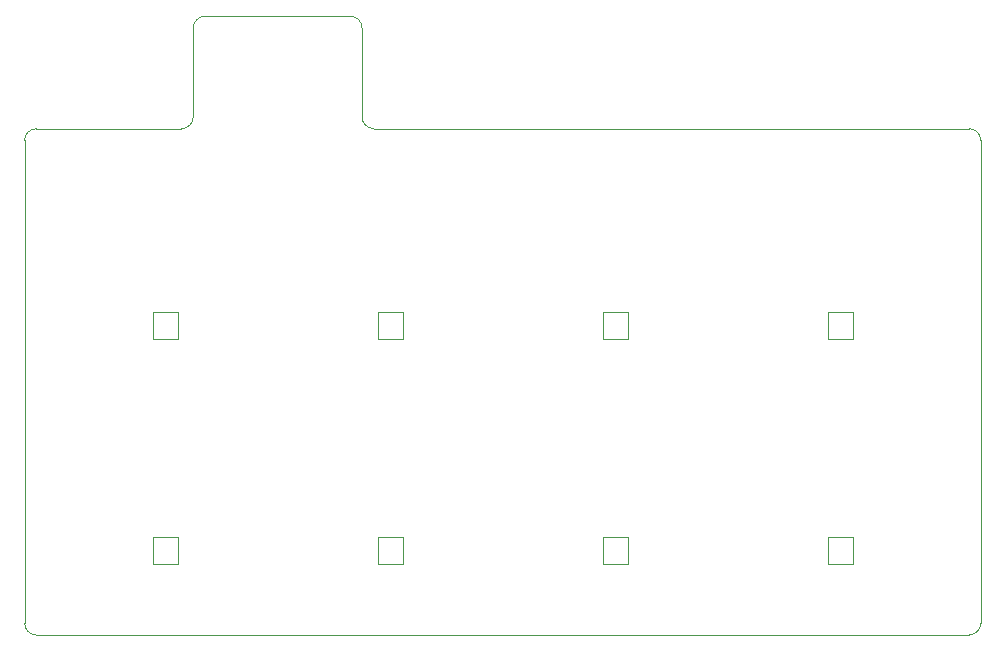
<source format=gbr>
%TF.GenerationSoftware,KiCad,Pcbnew,7.0.7*%
%TF.CreationDate,2024-01-12T23:19:41+09:00*%
%TF.ProjectId,Skeleton8,536b656c-6574-46f6-9e38-2e6b69636164,rev?*%
%TF.SameCoordinates,Original*%
%TF.FileFunction,Profile,NP*%
%FSLAX46Y46*%
G04 Gerber Fmt 4.6, Leading zero omitted, Abs format (unit mm)*
G04 Created by KiCad (PCBNEW 7.0.7) date 2024-01-12 23:19:41*
%MOMM*%
%LPD*%
G01*
G04 APERTURE LIST*
%TA.AperFunction,Profile*%
%ADD10C,0.100000*%
%TD*%
%TA.AperFunction,Profile*%
%ADD11C,0.120000*%
%TD*%
G04 APERTURE END LIST*
D10*
X46243750Y-45243750D02*
X58531250Y-45243750D01*
X59531250Y-44243750D02*
X59531250Y-36718750D01*
X73818750Y-44243750D02*
G75*
G03*
X74818750Y-45243750I999950J-50D01*
G01*
X73818750Y-36718750D02*
G75*
G03*
X72818750Y-35718750I-999950J50D01*
G01*
X46243750Y-45243750D02*
G75*
G03*
X45243750Y-46243750I-50J-999950D01*
G01*
X126206250Y-87106250D02*
X126206250Y-46243750D01*
X45243750Y-87106250D02*
G75*
G03*
X46243750Y-88106250I999950J-50D01*
G01*
X125206250Y-88106250D02*
X46243750Y-88106250D01*
X60531250Y-35718750D02*
X72818750Y-35718750D01*
X126206250Y-46243750D02*
G75*
G03*
X125206250Y-45243750I-999950J50D01*
G01*
X60531250Y-35718750D02*
G75*
G03*
X59531250Y-36718750I-50J-999950D01*
G01*
X58531250Y-45243750D02*
G75*
G03*
X59531250Y-44243750I50J999950D01*
G01*
X73818750Y-36718750D02*
X73818750Y-44243750D01*
X125206250Y-88106250D02*
G75*
G03*
X126206250Y-87106250I50J999950D01*
G01*
X45243750Y-46243750D02*
X45243750Y-87106250D01*
X74818750Y-45243750D02*
X125206250Y-45243750D01*
D11*
%TO.C,LED4*%
X115350000Y-60762500D02*
X113250000Y-60762500D01*
X113250000Y-60762500D02*
X113250000Y-63062500D01*
X113250000Y-63062500D02*
X115350000Y-63062500D01*
X115350000Y-63062500D02*
X115350000Y-60762500D01*
%TO.C,LED6*%
X77250000Y-79812500D02*
X75150000Y-79812500D01*
X75150000Y-79812500D02*
X75150000Y-82112500D01*
X75150000Y-82112500D02*
X77250000Y-82112500D01*
X77250000Y-82112500D02*
X77250000Y-79812500D01*
%TO.C,LED3*%
X96300000Y-60762500D02*
X94200000Y-60762500D01*
X94200000Y-60762500D02*
X94200000Y-63062500D01*
X94200000Y-63062500D02*
X96300000Y-63062500D01*
X96300000Y-63062500D02*
X96300000Y-60762500D01*
%TO.C,LED5*%
X58200000Y-79812500D02*
X56100000Y-79812500D01*
X56100000Y-79812500D02*
X56100000Y-82112500D01*
X56100000Y-82112500D02*
X58200000Y-82112500D01*
X58200000Y-82112500D02*
X58200000Y-79812500D01*
%TO.C,LED7*%
X96300000Y-79812500D02*
X94200000Y-79812500D01*
X94200000Y-79812500D02*
X94200000Y-82112500D01*
X94200000Y-82112500D02*
X96300000Y-82112500D01*
X96300000Y-82112500D02*
X96300000Y-79812500D01*
%TO.C,LED8*%
X115350000Y-79812500D02*
X113250000Y-79812500D01*
X113250000Y-79812500D02*
X113250000Y-82112500D01*
X113250000Y-82112500D02*
X115350000Y-82112500D01*
X115350000Y-82112500D02*
X115350000Y-79812500D01*
%TO.C,LED1*%
X58200000Y-60762500D02*
X56100000Y-60762500D01*
X56100000Y-60762500D02*
X56100000Y-63062500D01*
X56100000Y-63062500D02*
X58200000Y-63062500D01*
X58200000Y-63062500D02*
X58200000Y-60762500D01*
%TO.C,LED2*%
X77250000Y-60762500D02*
X75150000Y-60762500D01*
X75150000Y-60762500D02*
X75150000Y-63062500D01*
X75150000Y-63062500D02*
X77250000Y-63062500D01*
X77250000Y-63062500D02*
X77250000Y-60762500D01*
%TD*%
M02*

</source>
